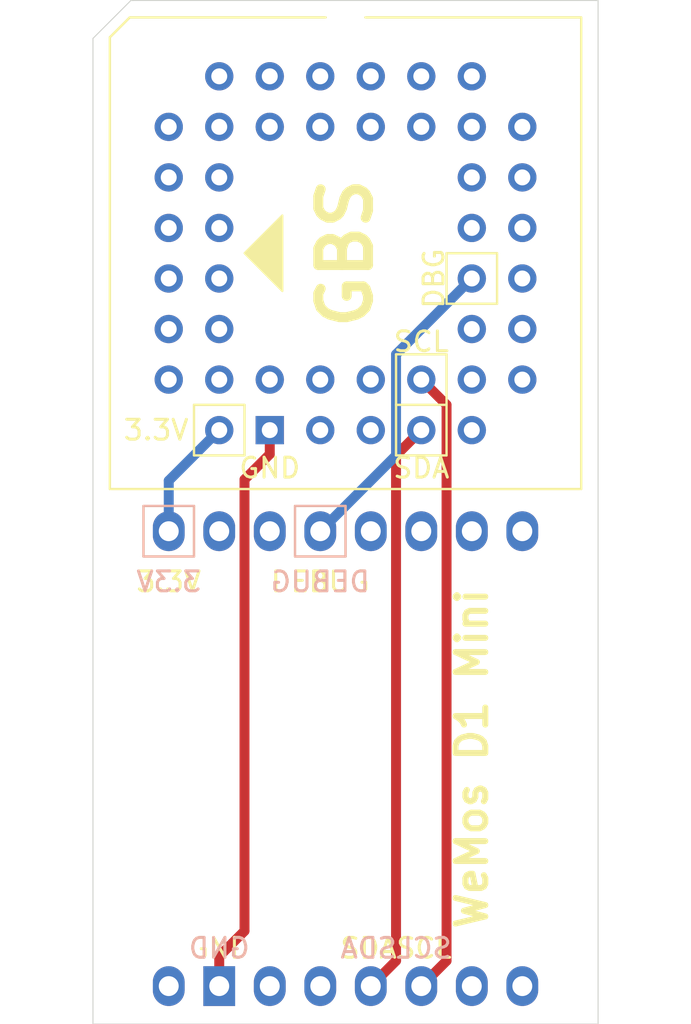
<source format=kicad_pcb>
(kicad_pcb (version 20171130) (host pcbnew "(5.1.4)-1")

  (general
    (thickness 1.6)
    (drawings 50)
    (tracks 16)
    (zones 0)
    (modules 2)
    (nets 56)
  )

  (page A)
  (title_block
    (title "WeMos D1 Mini to GBS 8200 via PLCC socket")
    (date 2019-11-20)
    (rev 3.0)
    (comment 1 "Original by jmuzi")
    (comment 2 "Modified by MrFreeman")
  )

  (layers
    (0 F.Cu signal)
    (31 B.Cu signal)
    (32 B.Adhes user)
    (33 F.Adhes user)
    (34 B.Paste user)
    (35 F.Paste user)
    (36 B.SilkS user)
    (37 F.SilkS user)
    (38 B.Mask user)
    (39 F.Mask user)
    (40 Dwgs.User user)
    (41 Cmts.User user)
    (42 Eco1.User user)
    (43 Eco2.User user)
    (44 Edge.Cuts user)
    (45 Margin user)
    (46 B.CrtYd user)
    (47 F.CrtYd user)
    (48 B.Fab user)
    (49 F.Fab user)
  )

  (setup
    (last_trace_width 0.5)
    (trace_clearance 0.2)
    (zone_clearance 0.508)
    (zone_45_only no)
    (trace_min 0.2)
    (via_size 0.8)
    (via_drill 0.4)
    (via_min_size 0.4)
    (via_min_drill 0.3)
    (uvia_size 0.3)
    (uvia_drill 0.1)
    (uvias_allowed no)
    (uvia_min_size 0.2)
    (uvia_min_drill 0.1)
    (edge_width 0.05)
    (segment_width 0.2)
    (pcb_text_width 0.3)
    (pcb_text_size 1.5 1.5)
    (mod_edge_width 0.12)
    (mod_text_size 1 1)
    (mod_text_width 0.15)
    (pad_size 1.524 1.524)
    (pad_drill 0.762)
    (pad_to_mask_clearance 0.051)
    (solder_mask_min_width 0.25)
    (aux_axis_origin 0 0)
    (visible_elements 7FFFFFFF)
    (pcbplotparams
      (layerselection 0x010fc_ffffffff)
      (usegerberextensions false)
      (usegerberattributes false)
      (usegerberadvancedattributes false)
      (creategerberjobfile false)
      (excludeedgelayer true)
      (linewidth 0.100000)
      (plotframeref false)
      (viasonmask false)
      (mode 1)
      (useauxorigin false)
      (hpglpennumber 1)
      (hpglpenspeed 20)
      (hpglpendiameter 15.000000)
      (psnegative false)
      (psa4output false)
      (plotreference true)
      (plotvalue true)
      (plotinvisibletext false)
      (padsonsilk false)
      (subtractmaskfromsilk false)
      (outputformat 1)
      (mirror false)
      (drillshape 1)
      (scaleselection 1)
      (outputdirectory ""))
  )

  (net 0 "")
  (net 1 "Net-(U1-Pad2)")
  (net 2 "Net-(U1-Pad1)")
  (net 3 "Net-(U1-Pad3)")
  (net 4 "Net-(U1-Pad4)")
  (net 5 "Net-(U1-Pad5)")
  (net 6 "Net-(U1-Pad6)")
  (net 7 "Net-(U1-Pad7)")
  (net 8 "Net-(U1-Pad8)")
  (net 9 "Net-(U1-Pad9)")
  (net 10 "Net-(U1-Pad10)")
  (net 11 "Net-(U1-Pad11)")
  (net 12 "Net-(U1-Pad12)")
  (net 13 "Net-(U1-Pad13)")
  (net 14 "Net-(U1-Pad14)")
  (net 15 "Net-(U1-Pad15)")
  (net 16 "Net-(U1-Pad16)")
  (net 17 "Net-(U2-Pad1)")
  (net 18 "Net-(U2-Pad3)")
  (net 19 "Net-(U2-Pad5)")
  (net 20 "Net-(U2-Pad43)")
  (net 21 "Net-(U2-Pad41)")
  (net 22 "Net-(U2-Pad2)")
  (net 23 "Net-(U2-Pad4)")
  (net 24 "Net-(U2-Pad6)")
  (net 25 "Net-(U2-Pad44)")
  (net 26 "Net-(U2-Pad42)")
  (net 27 "Net-(U2-Pad8)")
  (net 28 "Net-(U2-Pad10)")
  (net 29 "Net-(U2-Pad12)")
  (net 30 "Net-(U2-Pad14)")
  (net 31 "Net-(U2-Pad16)")
  (net 32 "Net-(U2-Pad7)")
  (net 33 "Net-(U2-Pad9)")
  (net 34 "Net-(U2-Pad11)")
  (net 35 "Net-(U2-Pad13)")
  (net 36 "Net-(U2-Pad15)")
  (net 37 "Net-(U2-Pad17)")
  (net 38 "Net-(U2-Pad19)")
  (net 39 "Net-(U2-Pad21)")
  (net 40 "Net-(U2-Pad25)")
  (net 41 "Net-(U2-Pad29)")
  (net 42 "Net-(U2-Pad22)")
  (net 43 "Net-(U2-Pad28)")
  (net 44 "Net-(U2-Pad32)")
  (net 45 "Net-(U2-Pad36)")
  (net 46 "Net-(U2-Pad38)")
  (net 47 "Net-(U2-Pad40)")
  (net 48 "Net-(U2-Pad31)")
  (net 49 "Net-(U2-Pad33)")
  (net 50 "Net-(U2-Pad35)")
  (net 51 "Net-(U2-Pad37)")
  (net 52 "Net-(U2-Pad39)")
  (net 53 "Net-(U2-Pad30)")
  (net 54 "Net-(U2-Pad24)")
  (net 55 "Net-(U2-Pad23)")

  (net_class Default "This is the default net class."
    (clearance 0.2)
    (trace_width 0.5)
    (via_dia 0.8)
    (via_drill 0.4)
    (uvia_dia 0.3)
    (uvia_drill 0.1)
    (add_net "Net-(U1-Pad1)")
    (add_net "Net-(U1-Pad10)")
    (add_net "Net-(U1-Pad11)")
    (add_net "Net-(U1-Pad12)")
    (add_net "Net-(U1-Pad13)")
    (add_net "Net-(U1-Pad14)")
    (add_net "Net-(U1-Pad15)")
    (add_net "Net-(U1-Pad16)")
    (add_net "Net-(U1-Pad2)")
    (add_net "Net-(U1-Pad3)")
    (add_net "Net-(U1-Pad4)")
    (add_net "Net-(U1-Pad5)")
    (add_net "Net-(U1-Pad6)")
    (add_net "Net-(U1-Pad7)")
    (add_net "Net-(U1-Pad8)")
    (add_net "Net-(U1-Pad9)")
    (add_net "Net-(U2-Pad1)")
    (add_net "Net-(U2-Pad10)")
    (add_net "Net-(U2-Pad11)")
    (add_net "Net-(U2-Pad12)")
    (add_net "Net-(U2-Pad13)")
    (add_net "Net-(U2-Pad14)")
    (add_net "Net-(U2-Pad15)")
    (add_net "Net-(U2-Pad16)")
    (add_net "Net-(U2-Pad17)")
    (add_net "Net-(U2-Pad19)")
    (add_net "Net-(U2-Pad2)")
    (add_net "Net-(U2-Pad21)")
    (add_net "Net-(U2-Pad22)")
    (add_net "Net-(U2-Pad23)")
    (add_net "Net-(U2-Pad24)")
    (add_net "Net-(U2-Pad25)")
    (add_net "Net-(U2-Pad28)")
    (add_net "Net-(U2-Pad29)")
    (add_net "Net-(U2-Pad3)")
    (add_net "Net-(U2-Pad30)")
    (add_net "Net-(U2-Pad31)")
    (add_net "Net-(U2-Pad32)")
    (add_net "Net-(U2-Pad33)")
    (add_net "Net-(U2-Pad35)")
    (add_net "Net-(U2-Pad36)")
    (add_net "Net-(U2-Pad37)")
    (add_net "Net-(U2-Pad38)")
    (add_net "Net-(U2-Pad39)")
    (add_net "Net-(U2-Pad4)")
    (add_net "Net-(U2-Pad40)")
    (add_net "Net-(U2-Pad41)")
    (add_net "Net-(U2-Pad42)")
    (add_net "Net-(U2-Pad43)")
    (add_net "Net-(U2-Pad44)")
    (add_net "Net-(U2-Pad5)")
    (add_net "Net-(U2-Pad6)")
    (add_net "Net-(U2-Pad7)")
    (add_net "Net-(U2-Pad8)")
    (add_net "Net-(U2-Pad9)")
  )

  (module Package_LCC:PLCC-44_THT-Socket (layer F.Cu) (tedit 5DD5F773) (tstamp 5DD64950)
    (at 43.18 21.59)
    (descr "PLCC, 44 pins, through hole")
    (tags "plcc leaded")
    (path /5DD5DD62)
    (fp_text reference U2 (at -10.16 -3.81) (layer F.SilkS) hide
      (effects (font (size 1 1) (thickness 0.15)))
    )
    (fp_text value MTV230M (at -1.27 19.1) (layer F.Fab) hide
      (effects (font (size 1 1) (thickness 0.15)))
    )
    (fp_text user GBS (at -1.27 6.35 90) (layer F.SilkS)
      (effects (font (size 2.5 2.5) (thickness 0.5)))
    )
    (fp_line (start 10.58 -5.5) (end -0.27 -5.5) (layer F.SilkS) (width 0.12))
    (fp_line (start 10.58 18.2) (end 10.58 -5.5) (layer F.SilkS) (width 0.12))
    (fp_line (start -13.12 18.2) (end 10.58 18.2) (layer F.SilkS) (width 0.12))
    (fp_line (start -13.12 -4.5) (end -13.12 18.2) (layer F.SilkS) (width 0.12))
    (fp_line (start -12.12 -5.5) (end -13.12 -4.5) (layer F.SilkS) (width 0.12))
    (fp_line (start -2.27 -5.5) (end -12.12 -5.5) (layer F.SilkS) (width 0.12))
    (fp_line (start -1.27 -4.4) (end -0.77 -5.4) (layer F.Fab) (width 0.1))
    (fp_line (start -1.77 -5.4) (end -1.27 -4.4) (layer F.Fab) (width 0.1))
    (fp_line (start 7.94 -2.86) (end -10.48 -2.86) (layer F.Fab) (width 0.1))
    (fp_line (start 7.94 15.56) (end 7.94 -2.86) (layer F.Fab) (width 0.1))
    (fp_line (start -10.48 15.56) (end 7.94 15.56) (layer F.Fab) (width 0.1))
    (fp_line (start -10.48 -2.86) (end -10.48 15.56) (layer F.Fab) (width 0.1))
    (fp_line (start 10.98 -5.9) (end -13.52 -5.9) (layer F.CrtYd) (width 0.05))
    (fp_line (start 10.98 18.6) (end 10.98 -5.9) (layer F.CrtYd) (width 0.05))
    (fp_line (start -13.52 18.6) (end 10.98 18.6) (layer F.CrtYd) (width 0.05))
    (fp_line (start -13.52 -5.9) (end -13.52 18.6) (layer F.CrtYd) (width 0.05))
    (fp_line (start 10.48 -5.4) (end -12.02 -5.4) (layer F.Fab) (width 0.1))
    (fp_line (start 10.48 18.1) (end 10.48 -5.4) (layer F.Fab) (width 0.1))
    (fp_line (start -13.02 18.1) (end 10.48 18.1) (layer F.Fab) (width 0.1))
    (fp_line (start -13.02 -4.4) (end -13.02 18.1) (layer F.Fab) (width 0.1))
    (fp_line (start -12.02 -5.4) (end -13.02 -4.4) (layer F.Fab) (width 0.1))
    (pad 39 thru_hole circle (at 7.62 0) (size 1.4224 1.4224) (drill 0.8) (layers *.Cu *.Mask)
      (net 52 "Net-(U2-Pad39)"))
    (pad 37 thru_hole circle (at 7.62 2.54) (size 1.4224 1.4224) (drill 0.8) (layers *.Cu *.Mask)
      (net 51 "Net-(U2-Pad37)"))
    (pad 35 thru_hole circle (at 7.62 5.08) (size 1.4224 1.4224) (drill 0.8) (layers *.Cu *.Mask)
      (net 50 "Net-(U2-Pad35)"))
    (pad 33 thru_hole circle (at 7.62 7.62) (size 1.4224 1.4224) (drill 0.8) (layers *.Cu *.Mask)
      (net 49 "Net-(U2-Pad33)"))
    (pad 31 thru_hole circle (at 7.62 10.16) (size 1.4224 1.4224) (drill 0.8) (layers *.Cu *.Mask)
      (net 48 "Net-(U2-Pad31)"))
    (pad 40 thru_hole circle (at 5.08 -2.54) (size 1.4224 1.4224) (drill 0.8) (layers *.Cu *.Mask)
      (net 47 "Net-(U2-Pad40)"))
    (pad 38 thru_hole circle (at 5.08 2.54) (size 1.4224 1.4224) (drill 0.8) (layers *.Cu *.Mask)
      (net 46 "Net-(U2-Pad38)"))
    (pad 36 thru_hole circle (at 5.08 5.08) (size 1.4224 1.4224) (drill 0.8) (layers *.Cu *.Mask)
      (net 45 "Net-(U2-Pad36)"))
    (pad 34 thru_hole circle (at 5.08 7.62) (size 1.4224 1.4224) (drill 0.8) (layers *.Cu *.Mask)
      (net 5 "Net-(U1-Pad5)"))
    (pad 32 thru_hole circle (at 5.08 10.16) (size 1.4224 1.4224) (drill 0.8) (layers *.Cu *.Mask)
      (net 44 "Net-(U2-Pad32)"))
    (pad 30 thru_hole circle (at 5.08 12.7) (size 1.4224 1.4224) (drill 0.8) (layers *.Cu *.Mask)
      (net 53 "Net-(U2-Pad30)"))
    (pad 28 thru_hole circle (at 5.08 15.24) (size 1.4224 1.4224) (drill 0.8) (layers *.Cu *.Mask)
      (net 43 "Net-(U2-Pad28)"))
    (pad 26 thru_hole circle (at 2.54 15.24) (size 1.4224 1.4224) (drill 0.8) (layers *.Cu *.Mask)
      (net 13 "Net-(U1-Pad13)"))
    (pad 24 thru_hole circle (at 0 15.24) (size 1.4224 1.4224) (drill 0.8) (layers *.Cu *.Mask)
      (net 54 "Net-(U2-Pad24)"))
    (pad 22 thru_hole circle (at -2.54 15.24) (size 1.4224 1.4224) (drill 0.8) (layers *.Cu *.Mask)
      (net 42 "Net-(U2-Pad22)"))
    (pad 20 thru_hole rect (at -5.08 15.24) (size 1.4224 1.4224) (drill 0.8) (layers *.Cu *.Mask)
      (net 10 "Net-(U1-Pad10)"))
    (pad 18 thru_hole circle (at -7.62 15.24) (size 1.4224 1.4224) (drill 0.8) (layers *.Cu *.Mask)
      (net 8 "Net-(U1-Pad8)"))
    (pad 29 thru_hole circle (at 7.62 12.7) (size 1.4224 1.4224) (drill 0.8) (layers *.Cu *.Mask)
      (net 41 "Net-(U2-Pad29)"))
    (pad 27 thru_hole circle (at 2.54 12.7) (size 1.4224 1.4224) (drill 0.8) (layers *.Cu *.Mask)
      (net 14 "Net-(U1-Pad14)"))
    (pad 25 thru_hole circle (at 0 12.7) (size 1.4224 1.4224) (drill 0.8) (layers *.Cu *.Mask)
      (net 40 "Net-(U2-Pad25)"))
    (pad 23 thru_hole circle (at -2.54 12.7) (size 1.4224 1.4224) (drill 0.8) (layers *.Cu *.Mask)
      (net 55 "Net-(U2-Pad23)"))
    (pad 21 thru_hole circle (at -5.08 12.7) (size 1.4224 1.4224) (drill 0.8) (layers *.Cu *.Mask)
      (net 39 "Net-(U2-Pad21)"))
    (pad 19 thru_hole circle (at -7.62 12.7) (size 1.4224 1.4224) (drill 0.8) (layers *.Cu *.Mask)
      (net 38 "Net-(U2-Pad19)"))
    (pad 17 thru_hole circle (at -10.16 12.7) (size 1.4224 1.4224) (drill 0.8) (layers *.Cu *.Mask)
      (net 37 "Net-(U2-Pad17)"))
    (pad 15 thru_hole circle (at -10.16 10.16) (size 1.4224 1.4224) (drill 0.8) (layers *.Cu *.Mask)
      (net 36 "Net-(U2-Pad15)"))
    (pad 13 thru_hole circle (at -10.16 7.62) (size 1.4224 1.4224) (drill 0.8) (layers *.Cu *.Mask)
      (net 35 "Net-(U2-Pad13)"))
    (pad 11 thru_hole circle (at -10.16 5.08) (size 1.4224 1.4224) (drill 0.8) (layers *.Cu *.Mask)
      (net 34 "Net-(U2-Pad11)"))
    (pad 9 thru_hole circle (at -10.16 2.54) (size 1.4224 1.4224) (drill 0.8) (layers *.Cu *.Mask)
      (net 33 "Net-(U2-Pad9)"))
    (pad 7 thru_hole circle (at -10.16 0) (size 1.4224 1.4224) (drill 0.8) (layers *.Cu *.Mask)
      (net 32 "Net-(U2-Pad7)"))
    (pad 16 thru_hole circle (at -7.62 10.16) (size 1.4224 1.4224) (drill 0.8) (layers *.Cu *.Mask)
      (net 31 "Net-(U2-Pad16)"))
    (pad 14 thru_hole circle (at -7.62 7.62) (size 1.4224 1.4224) (drill 0.8) (layers *.Cu *.Mask)
      (net 30 "Net-(U2-Pad14)"))
    (pad 12 thru_hole circle (at -7.62 5.08) (size 1.4224 1.4224) (drill 0.8) (layers *.Cu *.Mask)
      (net 29 "Net-(U2-Pad12)"))
    (pad 10 thru_hole circle (at -7.62 2.54) (size 1.4224 1.4224) (drill 0.8) (layers *.Cu *.Mask)
      (net 28 "Net-(U2-Pad10)"))
    (pad 8 thru_hole circle (at -7.62 0) (size 1.4224 1.4224) (drill 0.8) (layers *.Cu *.Mask)
      (net 27 "Net-(U2-Pad8)"))
    (pad 42 thru_hole circle (at 2.54 -2.54) (size 1.4224 1.4224) (drill 0.8) (layers *.Cu *.Mask)
      (net 26 "Net-(U2-Pad42)"))
    (pad 44 thru_hole circle (at 0 -2.54) (size 1.4224 1.4224) (drill 0.8) (layers *.Cu *.Mask)
      (net 25 "Net-(U2-Pad44)"))
    (pad 6 thru_hole circle (at -7.62 -2.54) (size 1.4224 1.4224) (drill 0.8) (layers *.Cu *.Mask)
      (net 24 "Net-(U2-Pad6)"))
    (pad 4 thru_hole circle (at -5.08 -2.54) (size 1.4224 1.4224) (drill 0.8) (layers *.Cu *.Mask)
      (net 23 "Net-(U2-Pad4)"))
    (pad 2 thru_hole circle (at -2.54 -2.54) (size 1.4224 1.4224) (drill 0.8) (layers *.Cu *.Mask)
      (net 22 "Net-(U2-Pad2)"))
    (pad 41 thru_hole circle (at 5.08 0) (size 1.4224 1.4224) (drill 0.8) (layers *.Cu *.Mask)
      (net 21 "Net-(U2-Pad41)"))
    (pad 43 thru_hole circle (at 2.54 0) (size 1.4224 1.4224) (drill 0.8) (layers *.Cu *.Mask)
      (net 20 "Net-(U2-Pad43)"))
    (pad 5 thru_hole circle (at -5.08 0) (size 1.4224 1.4224) (drill 0.8) (layers *.Cu *.Mask)
      (net 19 "Net-(U2-Pad5)"))
    (pad 3 thru_hole circle (at -2.54 0) (size 1.4224 1.4224) (drill 0.8) (layers *.Cu *.Mask)
      (net 18 "Net-(U2-Pad3)"))
    (pad 1 thru_hole circle (at 0 0) (size 1.4224 1.4224) (drill 0.8) (layers *.Cu *.Mask)
      (net 17 "Net-(U2-Pad1)"))
    (model ${KISYS3DMOD}/Package_LCC.3dshapes/PLCC-44_THT-Socket.wrl
      (at (xyz 0 0 0))
      (scale (xyz 1 1 1))
      (rotate (xyz 0 0 0))
    )
  )

  (module Module:WEMOS_D1_mini_light (layer F.Cu) (tedit 5DD61F1C) (tstamp 5DD6490A)
    (at 50.8 41.91 270)
    (descr "16-pin module, column spacing 22.86 mm (900 mils), https://wiki.wemos.cc/products:d1:d1_mini, https://c1.staticflickr.com/1/734/31400410271_f278b087db_z.jpg")
    (tags "ESP8266 WiFi microcontroller")
    (path /5DD60E1A)
    (fp_text reference U1 (at 0 24.13 90) (layer F.SilkS) hide
      (effects (font (size 1 1) (thickness 0.15)))
    )
    (fp_text value "WeMos D1 Mini" (at 11.43 2.54 90) (layer F.SilkS)
      (effects (font (size 1.5 1.5) (thickness 0.3)))
    )
    (fp_text user "No copper" (at 11.43 -3.81 90) (layer Cmts.User)
      (effects (font (size 1 1) (thickness 0.15)))
    )
    (fp_text user "KEEP OUT" (at 11.43 -6.35 90) (layer Cmts.User)
      (effects (font (size 1 1) (thickness 0.15)))
    )
    (fp_arc (start 22.23 -6.21) (end 24.23 -6.19) (angle -90) (layer F.Fab) (width 0.1))
    (fp_arc (start 0.63 -6.21) (end 0.63 -8.21) (angle -90) (layer F.Fab) (width 0.1))
    (fp_line (start -0.37 0) (end -1.37 -1) (layer F.Fab) (width 0.1))
    (fp_line (start -1.37 1) (end -0.37 0) (layer F.Fab) (width 0.1))
    (fp_line (start -1.37 -6.21) (end -1.37 -1) (layer F.Fab) (width 0.1))
    (fp_line (start 1.17 19.09) (end 1.17 25.99) (layer F.Fab) (width 0.1))
    (fp_line (start -1.37 19.09) (end 1.17 19.09) (layer F.Fab) (width 0.1))
    (fp_line (start -1.35 -7.4) (end -0.55 -8.2) (layer Dwgs.User) (width 0.1))
    (fp_line (start -1.3 -5.45) (end 1.45 -8.2) (layer Dwgs.User) (width 0.1))
    (fp_line (start -1.35 -3.4) (end 3.45 -8.2) (layer Dwgs.User) (width 0.1))
    (fp_line (start 22.65 -1.4) (end 24.25 -3) (layer Dwgs.User) (width 0.1))
    (fp_line (start 20.65 -1.4) (end 24.25 -5) (layer Dwgs.User) (width 0.1))
    (fp_line (start 18.65 -1.4) (end 24.25 -7) (layer Dwgs.User) (width 0.1))
    (fp_line (start 16.65 -1.4) (end 23.45 -8.2) (layer Dwgs.User) (width 0.1))
    (fp_line (start 14.65 -1.4) (end 21.45 -8.2) (layer Dwgs.User) (width 0.1))
    (fp_line (start 12.65 -1.4) (end 19.45 -8.2) (layer Dwgs.User) (width 0.1))
    (fp_line (start 10.65 -1.4) (end 17.45 -8.2) (layer Dwgs.User) (width 0.1))
    (fp_line (start 8.65 -1.4) (end 15.45 -8.2) (layer Dwgs.User) (width 0.1))
    (fp_line (start 6.65 -1.4) (end 13.45 -8.2) (layer Dwgs.User) (width 0.1))
    (fp_line (start 4.65 -1.4) (end 11.45 -8.2) (layer Dwgs.User) (width 0.1))
    (fp_line (start 2.65 -1.4) (end 9.45 -8.2) (layer Dwgs.User) (width 0.1))
    (fp_line (start 0.65 -1.4) (end 7.45 -8.2) (layer Dwgs.User) (width 0.1))
    (fp_line (start -1.35 -1.4) (end 5.45 -8.2) (layer Dwgs.User) (width 0.1))
    (fp_line (start -1.35 -8.2) (end -1.35 -1.4) (layer Dwgs.User) (width 0.1))
    (fp_line (start 24.25 -8.2) (end -1.35 -8.2) (layer Dwgs.User) (width 0.1))
    (fp_line (start 24.25 -1.4) (end 24.25 -8.2) (layer Dwgs.User) (width 0.1))
    (fp_line (start -1.35 -1.4) (end 24.25 -1.4) (layer Dwgs.User) (width 0.1))
    (fp_line (start -1.62 26.24) (end -1.62 -8.46) (layer F.CrtYd) (width 0.05))
    (fp_line (start 24.48 26.24) (end -1.62 26.24) (layer F.CrtYd) (width 0.05))
    (fp_line (start 24.48 -8.41) (end 24.48 26.24) (layer F.CrtYd) (width 0.05))
    (fp_line (start -1.62 -8.46) (end 24.48 -8.46) (layer F.CrtYd) (width 0.05))
    (fp_line (start -1.37 1) (end -1.37 19.09) (layer F.Fab) (width 0.1))
    (fp_line (start 22.23 -8.21) (end 0.63 -8.21) (layer F.Fab) (width 0.1))
    (fp_line (start 24.23 25.99) (end 24.23 -6.21) (layer F.Fab) (width 0.1))
    (fp_line (start 1.17 25.99) (end 24.23 25.99) (layer F.Fab) (width 0.1))
    (pad 16 thru_hole oval (at 22.86 0 270) (size 2 1.6) (drill 1) (layers *.Cu *.Mask)
      (net 16 "Net-(U1-Pad16)"))
    (pad 15 thru_hole oval (at 22.86 2.54 270) (size 2 1.6) (drill 1) (layers *.Cu *.Mask)
      (net 15 "Net-(U1-Pad15)"))
    (pad 14 thru_hole oval (at 22.86 5.08 270) (size 2 1.6) (drill 1) (layers *.Cu *.Mask)
      (net 14 "Net-(U1-Pad14)"))
    (pad 13 thru_hole oval (at 22.86 7.62 270) (size 2 1.6) (drill 1) (layers *.Cu *.Mask)
      (net 13 "Net-(U1-Pad13)"))
    (pad 12 thru_hole oval (at 22.86 10.16 270) (size 2 1.6) (drill 1) (layers *.Cu *.Mask)
      (net 12 "Net-(U1-Pad12)"))
    (pad 11 thru_hole oval (at 22.86 12.7 270) (size 2 1.6) (drill 1) (layers *.Cu *.Mask)
      (net 11 "Net-(U1-Pad11)"))
    (pad 10 thru_hole rect (at 22.86 15.24 270) (size 2 1.6) (drill 1) (layers *.Cu *.Mask)
      (net 10 "Net-(U1-Pad10)"))
    (pad 9 thru_hole oval (at 22.86 17.78 270) (size 2 1.6) (drill 1) (layers *.Cu *.Mask)
      (net 9 "Net-(U1-Pad9)"))
    (pad 8 thru_hole oval (at 0 17.78 270) (size 2 1.6) (drill 1) (layers *.Cu *.Mask)
      (net 8 "Net-(U1-Pad8)"))
    (pad 7 thru_hole oval (at 0 15.24 270) (size 2 1.6) (drill 1) (layers *.Cu *.Mask)
      (net 7 "Net-(U1-Pad7)"))
    (pad 6 thru_hole oval (at 0 12.7 270) (size 2 1.6) (drill 1) (layers *.Cu *.Mask)
      (net 6 "Net-(U1-Pad6)"))
    (pad 5 thru_hole oval (at 0 10.16 270) (size 2 1.6) (drill 1) (layers *.Cu *.Mask)
      (net 5 "Net-(U1-Pad5)"))
    (pad 4 thru_hole oval (at 0 7.62 270) (size 2 1.6) (drill 1) (layers *.Cu *.Mask)
      (net 4 "Net-(U1-Pad4)"))
    (pad 3 thru_hole oval (at 0 5.08 270) (size 2 1.6) (drill 1) (layers *.Cu *.Mask)
      (net 3 "Net-(U1-Pad3)"))
    (pad 1 thru_hole oval (at 0 0 270) (size 2 1.6) (drill 1) (layers *.Cu *.Mask)
      (net 2 "Net-(U1-Pad1)"))
    (pad 2 thru_hole oval (at 0 2.54 270) (size 2 1.6) (drill 1) (layers *.Cu *.Mask)
      (net 1 "Net-(U1-Pad2)"))
    (model ${KISYS3DMOD}/Module.3dshapes/WEMOS_D1_mini_light.wrl
      (at (xyz 0 0 0))
      (scale (xyz 1 1 1))
      (rotate (xyz 0 0 0))
    )
    (model ${KISYS3DMOD}/Connector_PinHeader_2.54mm.3dshapes/PinHeader_1x08_P2.54mm_Vertical.wrl
      (offset (xyz 0 0 9.5))
      (scale (xyz 1 1 1))
      (rotate (xyz 0 -180 0))
    )
    (model ${KISYS3DMOD}/Connector_PinHeader_2.54mm.3dshapes/PinHeader_1x08_P2.54mm_Vertical.wrl
      (offset (xyz 22.86 0 9.5))
      (scale (xyz 1 1 1))
      (rotate (xyz 0 -180 0))
    )
    (model ${KISYS3DMOD}/Connector_PinSocket_2.54mm.3dshapes/PinSocket_1x08_P2.54mm_Vertical.wrl
      (at (xyz 0 0 0))
      (scale (xyz 1 1 1))
      (rotate (xyz 0 0 0))
    )
    (model ${KISYS3DMOD}/Connector_PinSocket_2.54mm.3dshapes/PinSocket_1x08_P2.54mm_Vertical.wrl
      (offset (xyz 22.86 0 0))
      (scale (xyz 1 1 1))
      (rotate (xyz 0 0 0))
    )
  )

  (gr_text SCLSDA (at 44.45 62.865) (layer B.SilkS)
    (effects (font (size 1 1) (thickness 0.15)) (justify mirror))
  )
  (gr_text GND (at 35.56 62.865) (layer B.SilkS)
    (effects (font (size 1 1) (thickness 0.15)) (justify mirror))
  )
  (gr_text 3.3V (at 33.02 44.45) (layer B.SilkS)
    (effects (font (size 1 1) (thickness 0.15)) (justify mirror))
  )
  (gr_line (start 31.75 43.18) (end 31.75 40.64) (layer B.SilkS) (width 0.12) (tstamp 5DE46C0E))
  (gr_line (start 34.29 43.18) (end 31.75 43.18) (layer B.SilkS) (width 0.12))
  (gr_line (start 34.29 40.64) (end 34.29 43.18) (layer B.SilkS) (width 0.12))
  (gr_line (start 31.75 40.64) (end 34.29 40.64) (layer B.SilkS) (width 0.12))
  (gr_line (start 39.37 43.18) (end 39.37 40.64) (layer B.SilkS) (width 0.12) (tstamp 5DE46C08))
  (gr_line (start 41.91 43.18) (end 39.37 43.18) (layer B.SilkS) (width 0.12))
  (gr_line (start 41.91 40.64) (end 41.91 43.18) (layer B.SilkS) (width 0.12))
  (gr_line (start 39.37 40.64) (end 41.91 40.64) (layer B.SilkS) (width 0.12))
  (gr_text DEBUG (at 40.64 44.45) (layer B.SilkS)
    (effects (font (size 1 1) (thickness 0.15)) (justify mirror))
  )
  (gr_line (start 54.61 66.675) (end 29.21 66.675) (layer Edge.Cuts) (width 0.05) (tstamp 5DD8C3E8))
  (gr_line (start 54.61 15.24) (end 54.61 66.675) (layer Edge.Cuts) (width 0.05))
  (gr_line (start 29.21 17.145) (end 29.21 66.675) (layer Edge.Cuts) (width 0.05))
  (gr_line (start 31.115 15.24) (end 29.21 17.145) (layer Edge.Cuts) (width 0.05))
  (gr_line (start 54.61 15.24) (end 31.115 15.24) (layer Edge.Cuts) (width 0.05))
  (gr_poly (pts (xy 36.83 27.94) (xy 38.735 26.035) (xy 38.735 29.845)) (layer F.SilkS) (width 0.1))
  (gr_text SDA (at 45.72 38.735) (layer F.SilkS)
    (effects (font (size 1 1) (thickness 0.15)))
  )
  (gr_line (start 46.99 35.56) (end 44.45 35.56) (layer F.SilkS) (width 0.12) (tstamp 5DD5F5ED))
  (gr_line (start 46.99 38.1) (end 46.99 35.56) (layer F.SilkS) (width 0.12))
  (gr_line (start 44.45 38.1) (end 46.99 38.1) (layer F.SilkS) (width 0.12))
  (gr_line (start 44.45 35.56) (end 44.45 38.1) (layer F.SilkS) (width 0.12))
  (gr_text SCL (at 45.72 32.385) (layer F.SilkS)
    (effects (font (size 1 1) (thickness 0.15)))
  )
  (gr_text GND (at 38.1 38.735) (layer F.SilkS)
    (effects (font (size 1 1) (thickness 0.15)))
  )
  (gr_text 3.3V (at 32.385 36.83) (layer F.SilkS)
    (effects (font (size 1 1) (thickness 0.15)))
  )
  (gr_line (start 36.83 35.56) (end 34.29 35.56) (layer F.SilkS) (width 0.12) (tstamp 5DD5F448))
  (gr_line (start 36.83 38.1) (end 36.83 35.56) (layer F.SilkS) (width 0.12))
  (gr_line (start 34.29 38.1) (end 36.83 38.1) (layer F.SilkS) (width 0.12))
  (gr_line (start 34.29 35.56) (end 34.29 38.1) (layer F.SilkS) (width 0.12))
  (gr_line (start 44.45 35.56) (end 44.45 33.02) (layer F.SilkS) (width 0.12) (tstamp 5DD5F447))
  (gr_line (start 46.99 33.02) (end 46.99 35.56) (layer F.SilkS) (width 0.12))
  (gr_line (start 44.45 33.02) (end 46.99 33.02) (layer F.SilkS) (width 0.12))
  (gr_text DBG (at 46.355 29.21 90) (layer F.SilkS)
    (effects (font (size 1 1) (thickness 0.15)))
  )
  (gr_line (start 46.99 30.48) (end 46.99 27.94) (layer F.SilkS) (width 0.12) (tstamp 5DD5F445))
  (gr_line (start 49.53 30.48) (end 46.99 30.48) (layer F.SilkS) (width 0.12))
  (gr_line (start 49.53 27.94) (end 49.53 30.48) (layer F.SilkS) (width 0.12))
  (gr_line (start 46.99 27.94) (end 49.53 27.94) (layer F.SilkS) (width 0.12))
  (gr_text SDASCL (at 44.45 62.865) (layer F.SilkS)
    (effects (font (size 1 1) (thickness 0.15)))
  )
  (gr_text GND (at 35.56 62.865) (layer F.SilkS)
    (effects (font (size 1 1) (thickness 0.15)))
  )
  (gr_text DEBUG (at 40.64 44.45) (layer F.SilkS)
    (effects (font (size 1 1) (thickness 0.15)))
  )
  (gr_line (start 39.37 43.18) (end 39.37 40.64) (layer F.SilkS) (width 0.12) (tstamp 5DD5F31E))
  (gr_line (start 41.91 43.18) (end 39.37 43.18) (layer F.SilkS) (width 0.12))
  (gr_line (start 41.91 40.64) (end 41.91 43.18) (layer F.SilkS) (width 0.12))
  (gr_line (start 39.37 40.64) (end 41.91 40.64) (layer F.SilkS) (width 0.12))
  (gr_text 3.3V (at 33.02 44.45) (layer F.SilkS)
    (effects (font (size 1 1) (thickness 0.15)))
  )
  (gr_line (start 34.29 40.64) (end 34.29 43.18) (layer F.SilkS) (width 0.12) (tstamp 5DD5F296))
  (gr_line (start 31.75 40.64) (end 34.29 40.64) (layer F.SilkS) (width 0.12))
  (gr_line (start 31.75 43.18) (end 31.75 40.64) (layer F.SilkS) (width 0.12))
  (gr_line (start 34.29 43.18) (end 31.75 43.18) (layer F.SilkS) (width 0.12))

  (segment (start 40.64 41.91) (end 44.45 38.1) (width 0.5) (layer B.Cu) (net 5))
  (segment (start 44.45 38.1) (end 44.45 33.02) (width 0.5) (layer B.Cu) (net 5))
  (segment (start 44.45 33.02) (end 48.26 29.21) (width 0.5) (layer B.Cu) (net 5))
  (segment (start 33.02 41.91) (end 33.02 39.37) (width 0.5) (layer B.Cu) (net 8))
  (segment (start 33.02 39.37) (end 35.56 36.83) (width 0.5) (layer B.Cu) (net 8))
  (segment (start 38.1 36.83) (end 38.1 38.0412) (width 0.5) (layer F.Cu) (net 10))
  (segment (start 35.56 64.77) (end 35.56 63.27) (width 0.5) (layer F.Cu) (net 10))
  (segment (start 35.56 63.27) (end 36.83 62) (width 0.5) (layer F.Cu) (net 10))
  (segment (start 36.83 62) (end 36.83 39.3112) (width 0.5) (layer F.Cu) (net 10))
  (segment (start 36.83 39.3112) (end 38.1 38.0412) (width 0.5) (layer F.Cu) (net 10))
  (segment (start 43.18 64.77) (end 44.45 63.5) (width 0.5) (layer F.Cu) (net 13))
  (segment (start 44.45 63.5) (end 44.45 38.1) (width 0.5) (layer F.Cu) (net 13))
  (segment (start 44.45 38.1) (end 45.72 36.83) (width 0.5) (layer F.Cu) (net 13))
  (segment (start 45.72 64.77) (end 46.99 63.5) (width 0.5) (layer F.Cu) (net 14))
  (segment (start 46.99 63.5) (end 46.99 35.56) (width 0.5) (layer F.Cu) (net 14))
  (segment (start 46.99 35.56) (end 45.72 34.29) (width 0.5) (layer F.Cu) (net 14))

)

</source>
